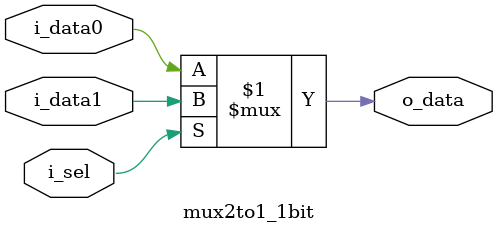
<source format=sv>
module brc (
	input  logic 		  i_br_un,
	input  logic [31:0] i_rs1_data,
	input  logic [31:0] i_rs2_data,
	output logic		  o_br_less,	
	output logic		  o_br_equal
);
	
	// Khoi tao cac wire ket noi cac module
	logic signed_br_less;
	logic unsigned_br_less;
	logic signed_br_equal;
	logic unsigned_br_equal;
	
	// Module chon dau cho tin hieu o_br_less 
	mux2to1_1bit mux_br_less (
		.i_data1 (unsigned_br_less),
		.i_data0 (signed_br_less),
		.i_sel   (i_br_un),
		.o_data  (o_br_less)
	);
	
	// Module chon dau cho tin hieu o_br_equal
	mux2to1_1bit mux_br_equal (
		.i_data1 (unsigned_br_equal),
		.i_data0	(signed_br_equal),
		.i_sel   (i_br_un),
		.o_data  (o_br_equal)
	);
	
	// Module so sanh 2 so khong dau
	signed_32bit_comparator sign_compare(
		.i_rs1_data			 (i_rs1_data),
		.i_rs2_data 		 (i_rs2_data),
		.o_signed_br_less  (signed_br_less),
		.o_signed_br_equal (signed_br_equal)
	);
	
	// Module so sanh 2 so co dau
	unsigned_32bit_comparator unsign_compare (
		.i_rs1_data 		   (i_rs1_data),
		.i_rs2_data			   (i_rs2_data),
		.o_unsigned_br_less  (unsigned_br_less),
		.o_unsigned_br_equal (unsigned_br_equal)
	);
	
endmodule: brc

module signed_32bit_comparator (
    input  logic [31:0] i_rs1_data,        // Toan hang A
    input  logic [31:0] i_rs2_data,        // Toan hang B
    output logic o_signed_br_less,         // Ket qua A < B
    output logic o_signed_br_equal         // Ket qua A == B
);
    logic [31:0] b_com;        // Bien chua gia tri b duoc dao bit
    logic [31:0] o_diff;       // Bien luu ket qua phep tru (A - B)
    logic o_co;                // Bien carry out
    logic a_sign, b_sign, diff_sign; // Cac bien kiem tra dau

    // Dao bit cua B (bu 1)
    assign b_com = ~i_rs2_data;

    // Su dung full_adder_32bit de thuc hien phep tru: A - B
    full_adder_32bit fa3 (
        .a(i_rs1_data), 
        .b(b_com), 
        .ci(1'b1), 
        .s(o_diff), 
        .co(o_co)
    );

    // Lay bit dau cua A, B va ket qua hieu
    assign a_sign = i_rs1_data[31];
    assign b_sign = i_rs2_data[31];
    assign diff_sign = o_diff[31];

    // Xac dinh ket qua so sanh
    always_comb begin
        // Kiem tra neu A va B khac dau
        if (a_sign != b_sign) begin
            // Neu A am va B duong, thi A < B
            o_signed_br_less = a_sign;
        end else begin
            // Neu cung dau, kiem tra bit dau cua hieu
            o_signed_br_less = diff_sign;
        end

        // Kiem tra neu hieu bang 0 de xac dinh A == B
        o_signed_br_equal = (o_diff == 32'b0);
    end
endmodule: signed_32bit_comparator

module unsigned_32bit_comparator (
    input  logic [31:0] i_rs1_data,        // Toan hang A
    input  logic [31:0] i_rs2_data,        // Toan hang B
    output logic o_unsigned_br_less,       // Ket qua A < B
    output logic o_unsigned_br_equal       // Ket qua A == B
);
    logic [31:0] b_com;        // Bien chua gia tri b duoc dao bit
    logic [31:0] o_diff;       // Bien luu ket qua phep tru (A - B)
    logic o_co;                // Bien carry out
    logic diff_sign;           // Bien kiem tra dau cua ket qua tru

    // Dao bit cua B (bu 1)
    assign b_com = ~i_rs2_data;

    // Su dung full_adder_32bit de thuc hien phep tru: A - B
    full_adder_32bit fa4 (
        .a(i_rs1_data), 
        .b(b_com), 
        .ci(1'b1), 
        .s(o_diff), 
        .co(o_co)
    );

    // Lay bit dau cua ket qua hieu
    assign diff_sign = o_diff[31];

    // Xac dinh ket qua so sanh
    always_comb begin
        // Kiem tra neu hieu bang 0 de xac dinh A == B
        o_unsigned_br_equal = (o_diff == 32'b0);

        // Neu hieu am (diff_sign = 1), thi A < B, nguoc lai A >= B
        o_unsigned_br_less = diff_sign;
    end
endmodule: unsigned_32bit_comparator

module mux2to1_1bit (
	input logic i_data1,
	input logic i_data0,
	input logic i_sel,
	output logic o_data
);

	assign o_data = (i_sel) ? i_data1 : i_data0;
	
endmodule: mux2to1_1bit
</source>
